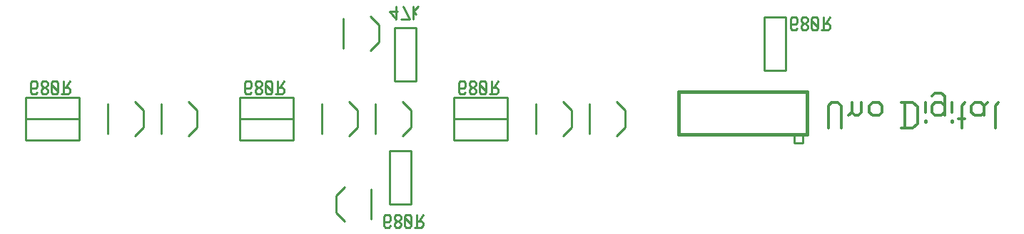
<source format=gbr>
G04 start of page 9 for group -4078 idx -4078 *
G04 Title: (unknown), bottomsilk *
G04 Creator: pcb 20140316 *
G04 CreationDate: Tue 28 Aug 2018 05:55:18 PM GMT UTC *
G04 For: thomasc *
G04 Format: Gerber/RS-274X *
G04 PCB-Dimensions (mil): 5000.00 1250.00 *
G04 PCB-Coordinate-Origin: lower left *
%MOIN*%
%FSLAX25Y25*%
%LNBOTTOMSILK*%
%ADD62C,0.0150*%
%ADD61C,0.0120*%
%ADD60C,0.0100*%
G54D60*X185000Y112750D02*X188000Y109000D01*
X185000Y112750D02*X188750D01*
X188000Y109000D02*Y115000D01*
X191300D02*X194300Y109000D01*
X190550D02*X194300D01*
X196100D02*Y115000D01*
Y112750D02*X198350Y115000D01*
X196100Y112750D02*X197600Y111250D01*
X19750Y74000D02*X20500Y74750D01*
X18250Y74000D02*X19750D01*
X17500Y74750D02*X18250Y74000D01*
X17500Y74750D02*Y79250D01*
X18250Y80000D01*
X19750Y76700D02*X20500Y77450D01*
X17500Y76700D02*X19750D01*
X18250Y80000D02*X19750D01*
X20500Y79250D01*
Y77450D02*Y79250D01*
X22300D02*X23050Y80000D01*
X22300Y78050D02*Y79250D01*
Y78050D02*X23350Y77000D01*
X24250D01*
X25300Y78050D01*
Y79250D01*
X24550Y80000D02*X25300Y79250D01*
X23050Y80000D02*X24550D01*
X22300Y75950D02*X23350Y77000D01*
X22300Y74750D02*Y75950D01*
Y74750D02*X23050Y74000D01*
X24550D01*
X25300Y74750D01*
Y75950D01*
X24250Y77000D02*X25300Y75950D01*
X27100Y79250D02*X27850Y80000D01*
X27100Y74750D02*Y79250D01*
Y74750D02*X27850Y74000D01*
X29350D01*
X30100Y74750D01*
Y79250D01*
X29350Y80000D02*X30100Y79250D01*
X27850Y80000D02*X29350D01*
X27100Y78500D02*X30100Y75500D01*
X31900Y74000D02*X34900D01*
X35650Y74750D01*
Y76250D01*
X34900Y77000D02*X35650Y76250D01*
X32650Y77000D02*X34900D01*
X32650Y74000D02*Y80000D01*
X33850Y77000D02*X35650Y80000D01*
X119750Y74000D02*X120500Y74750D01*
X118250Y74000D02*X119750D01*
X117500Y74750D02*X118250Y74000D01*
X117500Y74750D02*Y79250D01*
X118250Y80000D01*
X119750Y76700D02*X120500Y77450D01*
X117500Y76700D02*X119750D01*
X118250Y80000D02*X119750D01*
X120500Y79250D01*
Y77450D02*Y79250D01*
X122300D02*X123050Y80000D01*
X122300Y78050D02*Y79250D01*
Y78050D02*X123350Y77000D01*
X124250D01*
X125300Y78050D01*
Y79250D01*
X124550Y80000D02*X125300Y79250D01*
X123050Y80000D02*X124550D01*
X122300Y75950D02*X123350Y77000D01*
X122300Y74750D02*Y75950D01*
Y74750D02*X123050Y74000D01*
X124550D01*
X125300Y74750D01*
Y75950D01*
X124250Y77000D02*X125300Y75950D01*
X127100Y79250D02*X127850Y80000D01*
X127100Y74750D02*Y79250D01*
Y74750D02*X127850Y74000D01*
X129350D01*
X130100Y74750D01*
Y79250D01*
X129350Y80000D02*X130100Y79250D01*
X127850Y80000D02*X129350D01*
X127100Y78500D02*X130100Y75500D01*
X131900Y74000D02*X134900D01*
X135650Y74750D01*
Y76250D01*
X134900Y77000D02*X135650Y76250D01*
X132650Y77000D02*X134900D01*
X132650Y74000D02*Y80000D01*
X133850Y77000D02*X135650Y80000D01*
X219750Y74000D02*X220500Y74750D01*
X218250Y74000D02*X219750D01*
X217500Y74750D02*X218250Y74000D01*
X217500Y74750D02*Y79250D01*
X218250Y80000D01*
X219750Y76700D02*X220500Y77450D01*
X217500Y76700D02*X219750D01*
X218250Y80000D02*X219750D01*
X220500Y79250D01*
Y77450D02*Y79250D01*
X222300D02*X223050Y80000D01*
X222300Y78050D02*Y79250D01*
Y78050D02*X223350Y77000D01*
X224250D01*
X225300Y78050D01*
Y79250D01*
X224550Y80000D02*X225300Y79250D01*
X223050Y80000D02*X224550D01*
X222300Y75950D02*X223350Y77000D01*
X222300Y74750D02*Y75950D01*
Y74750D02*X223050Y74000D01*
X224550D01*
X225300Y74750D01*
Y75950D01*
X224250Y77000D02*X225300Y75950D01*
X227100Y79250D02*X227850Y80000D01*
X227100Y74750D02*Y79250D01*
Y74750D02*X227850Y74000D01*
X229350D01*
X230100Y74750D01*
Y79250D01*
X229350Y80000D02*X230100Y79250D01*
X227850Y80000D02*X229350D01*
X227100Y78500D02*X230100Y75500D01*
X231900Y74000D02*X234900D01*
X235650Y74750D01*
Y76250D01*
X234900Y77000D02*X235650Y76250D01*
X232650Y77000D02*X234900D01*
X232650Y74000D02*Y80000D01*
X233850Y77000D02*X235650Y80000D01*
X184750Y11500D02*X185500Y12250D01*
X183250Y11500D02*X184750D01*
X182500Y12250D02*X183250Y11500D01*
X182500Y12250D02*Y16750D01*
X183250Y17500D01*
X184750Y14200D02*X185500Y14950D01*
X182500Y14200D02*X184750D01*
X183250Y17500D02*X184750D01*
X185500Y16750D01*
Y14950D02*Y16750D01*
X187300D02*X188050Y17500D01*
X187300Y15550D02*Y16750D01*
Y15550D02*X188350Y14500D01*
X189250D01*
X190300Y15550D01*
Y16750D01*
X189550Y17500D02*X190300Y16750D01*
X188050Y17500D02*X189550D01*
X187300Y13450D02*X188350Y14500D01*
X187300Y12250D02*Y13450D01*
Y12250D02*X188050Y11500D01*
X189550D01*
X190300Y12250D01*
Y13450D01*
X189250Y14500D02*X190300Y13450D01*
X192100Y16750D02*X192850Y17500D01*
X192100Y12250D02*Y16750D01*
Y12250D02*X192850Y11500D01*
X194350D01*
X195100Y12250D01*
Y16750D01*
X194350Y17500D02*X195100Y16750D01*
X192850Y17500D02*X194350D01*
X192100Y16000D02*X195100Y13000D01*
X196900Y11500D02*X199900D01*
X200650Y12250D01*
Y13750D01*
X199900Y14500D02*X200650Y13750D01*
X197650Y14500D02*X199900D01*
X197650Y11500D02*Y17500D01*
X198850Y14500D02*X200650Y17500D01*
G54D61*X390000Y58000D02*Y68500D01*
X391500Y70000D01*
X394500D01*
X396000Y68500D01*
Y58000D02*Y68500D01*
X401100Y65500D02*Y70000D01*
Y65500D02*X402600Y64000D01*
X404100D01*
X405600Y65500D01*
Y70000D01*
X399600Y64000D02*X401100Y65500D01*
X409200D02*Y68500D01*
Y65500D02*X410700Y64000D01*
X413700D01*
X415200Y65500D01*
Y68500D01*
X413700Y70000D02*X415200Y68500D01*
X410700Y70000D02*X413700D01*
X409200Y68500D02*X410700Y70000D01*
X425700Y58000D02*Y70000D01*
X429600Y58000D02*X431700Y60100D01*
Y67900D01*
X429600Y70000D02*X431700Y67900D01*
X424200Y70000D02*X429600D01*
X424200Y58000D02*X429600D01*
G54D62*X435300Y61000D02*Y61300D01*
G54D61*Y65500D02*Y70000D01*
X442800Y64000D02*X444300Y65500D01*
X439800Y64000D02*X442800D01*
X438300Y65500D02*X439800Y64000D01*
X438300Y65500D02*Y68500D01*
X439800Y70000D01*
X442800D01*
X444300Y68500D01*
X438300Y73000D02*X439800Y74500D01*
X442800D01*
X444300Y73000D01*
Y64000D02*Y73000D01*
G54D62*X447900Y61000D02*Y61300D01*
G54D61*Y65500D02*Y70000D01*
X452400Y58000D02*Y68500D01*
X453900Y70000D01*
X450900Y62500D02*X453900D01*
X461400Y64000D02*X462900Y65500D01*
X458400Y64000D02*X461400D01*
X456900Y65500D02*X458400Y64000D01*
X456900Y65500D02*Y68500D01*
X458400Y70000D01*
X462900Y64000D02*Y68500D01*
X464400Y70000D01*
X458400D02*X461400D01*
X462900Y68500D01*
X468000Y58000D02*Y68500D01*
X469500Y70000D01*
G54D60*X374750Y104000D02*X375500Y104750D01*
X373250Y104000D02*X374750D01*
X372500Y104750D02*X373250Y104000D01*
X372500Y104750D02*Y109250D01*
X373250Y110000D01*
X374750Y106700D02*X375500Y107450D01*
X372500Y106700D02*X374750D01*
X373250Y110000D02*X374750D01*
X375500Y109250D01*
Y107450D02*Y109250D01*
X377300D02*X378050Y110000D01*
X377300Y108050D02*Y109250D01*
Y108050D02*X378350Y107000D01*
X379250D01*
X380300Y108050D01*
Y109250D01*
X379550Y110000D02*X380300Y109250D01*
X378050Y110000D02*X379550D01*
X377300Y105950D02*X378350Y107000D01*
X377300Y104750D02*Y105950D01*
Y104750D02*X378050Y104000D01*
X379550D01*
X380300Y104750D01*
Y105950D01*
X379250Y107000D02*X380300Y105950D01*
X382100Y109250D02*X382850Y110000D01*
X382100Y104750D02*Y109250D01*
Y104750D02*X382850Y104000D01*
X384350D01*
X385100Y104750D01*
Y109250D01*
X384350Y110000D02*X385100Y109250D01*
X382850Y110000D02*X384350D01*
X382100Y108500D02*X385100Y105500D01*
X386900Y104000D02*X389900D01*
X390650Y104750D01*
Y106250D01*
X389900Y107000D02*X390650Y106250D01*
X387650Y107000D02*X389900D01*
X387650Y104000D02*Y110000D01*
X388850Y107000D02*X390650Y110000D01*
X153500Y55500D02*Y69500D01*
X166000Y54500D02*X170000Y58500D01*
Y66500D01*
X166000Y70500D01*
X53500Y55500D02*Y69500D01*
X66000Y54500D02*X70000Y58500D01*
Y66500D01*
X66000Y70500D01*
X15000Y52500D02*X40000D01*
Y62500D01*
X15000D01*
Y52500D01*
Y62500D02*X40000D01*
Y72500D01*
X15000D01*
Y62500D01*
X78500Y55500D02*Y69500D01*
X91000Y54500D02*X95000Y58500D01*
Y66500D01*
X91000Y70500D01*
X115000Y52500D02*X140000D01*
Y62500D01*
X115000D01*
Y52500D01*
Y62500D02*X140000D01*
Y72500D01*
X115000D01*
Y62500D01*
X163500Y95500D02*Y109500D01*
X176000Y94500D02*X180000Y98500D01*
Y106500D01*
X176000Y110500D01*
X176500Y29500D02*Y15500D01*
X164000Y30500D02*X160000Y26500D01*
Y18500D01*
X164000Y14500D01*
X253500Y55500D02*Y69500D01*
X266000Y54500D02*X270000Y58500D01*
Y66500D01*
X266000Y70500D01*
X215000Y52500D02*X240000D01*
Y62500D01*
X215000D01*
Y52500D01*
Y62500D02*X240000D01*
Y72500D01*
X215000D01*
Y62500D01*
X178500Y55500D02*Y69500D01*
X191000Y54500D02*X195000Y58500D01*
Y66500D01*
X191000Y70500D01*
X187500Y105000D02*Y80000D01*
X197500D01*
Y105000D02*Y80000D01*
X187500Y105000D02*X197500D01*
X185000Y47500D02*Y22500D01*
X195000D01*
Y47500D02*Y22500D01*
X185000Y47500D02*X195000D01*
G54D62*X380000Y75000D02*Y55000D01*
X320000D02*X380000D01*
X320000Y75000D02*Y55000D01*
Y75000D02*X380000D01*
G54D60*X378000Y55000D02*Y51000D01*
X374000D02*X378000D01*
X374000Y55000D02*Y51000D01*
X360000Y110000D02*Y85000D01*
X370000D01*
Y110000D02*Y85000D01*
X360000Y110000D02*X370000D01*
X278500Y55500D02*Y69500D01*
X291000Y54500D02*X295000Y58500D01*
Y66500D01*
X291000Y70500D01*
M02*

</source>
